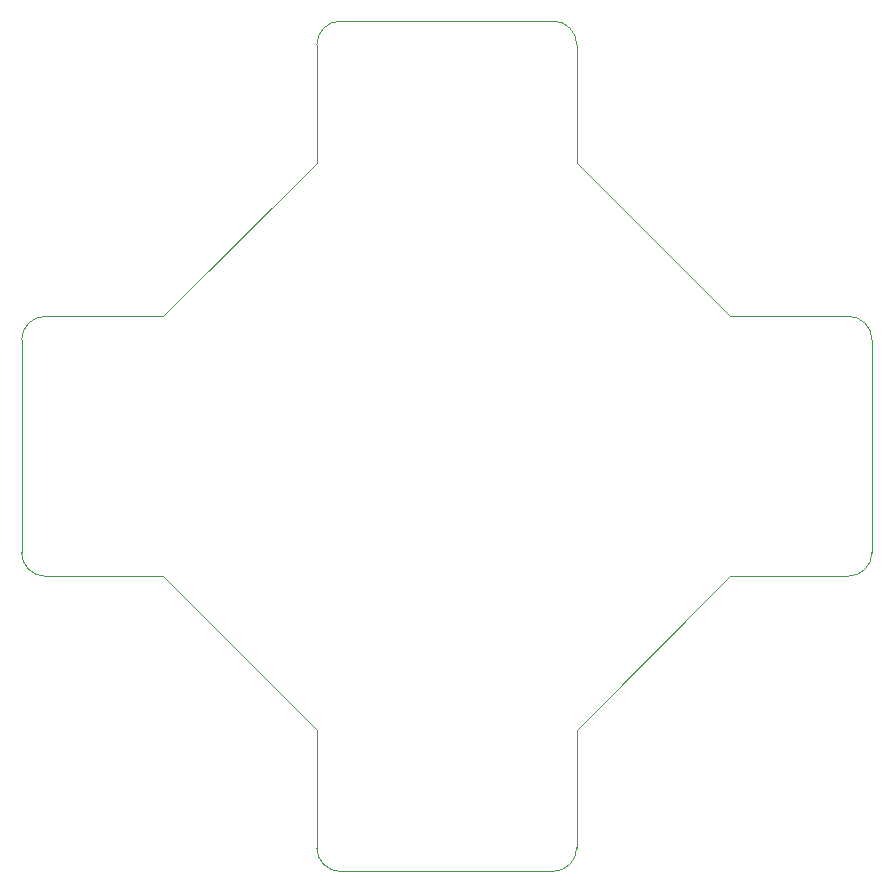
<source format=gbr>
%TF.GenerationSoftware,KiCad,Pcbnew,8.0.1*%
%TF.CreationDate,2024-04-19T02:09:13-07:00*%
%TF.ProjectId,CMOD_A7_Lower,434d4f44-5f41-4375-9f4c-6f7765722e6b,rev?*%
%TF.SameCoordinates,Original*%
%TF.FileFunction,Profile,NP*%
%FSLAX46Y46*%
G04 Gerber Fmt 4.6, Leading zero omitted, Abs format (unit mm)*
G04 Created by KiCad (PCBNEW 8.0.1) date 2024-04-19 02:09:13*
%MOMM*%
%LPD*%
G01*
G04 APERTURE LIST*
%TA.AperFunction,Profile*%
%ADD10C,0.050000*%
%TD*%
G04 APERTURE END LIST*
D10*
X52000000Y-99000000D02*
X62000000Y-99000000D01*
X50000000Y-79000000D02*
G75*
G02*
X52000000Y-77000000I2000000J0D01*
G01*
X97000000Y-54000000D02*
X97000000Y-64000000D01*
X52000000Y-77000000D02*
X62000000Y-77000000D01*
X62000000Y-99000000D02*
X75000000Y-112000000D01*
X97000000Y-122000000D02*
G75*
G02*
X95000000Y-124000000I-2000000J0D01*
G01*
X75000000Y-54000000D02*
X75000000Y-64000000D01*
X122000000Y-79000000D02*
X122000000Y-97000000D01*
X75000000Y-122000000D02*
X75000000Y-112000000D01*
X77000000Y-124000000D02*
G75*
G02*
X75000000Y-122000000I0J2000000D01*
G01*
X75000000Y-54000000D02*
G75*
G02*
X77000000Y-52000000I2000000J0D01*
G01*
X75000000Y-64000000D02*
X62000000Y-77000000D01*
X120000000Y-77000000D02*
X110000000Y-77000000D01*
X52000000Y-99000000D02*
G75*
G02*
X50000000Y-97000000I0J2000000D01*
G01*
X77000000Y-124000000D02*
X95000000Y-124000000D01*
X122000000Y-97000000D02*
G75*
G02*
X120000000Y-99000000I-2000000J0D01*
G01*
X120000000Y-99000000D02*
X110000000Y-99000000D01*
X50000000Y-79000000D02*
X50000000Y-97000000D01*
X77000000Y-52000000D02*
X95000000Y-52000000D01*
X120000000Y-77000000D02*
G75*
G02*
X122000000Y-79000000I0J-2000000D01*
G01*
X97000000Y-122000000D02*
X97000000Y-112000000D01*
X95000000Y-52000000D02*
G75*
G02*
X97000000Y-54000000I0J-2000000D01*
G01*
X97000000Y-112000000D02*
X110000000Y-99000000D01*
X110000000Y-77000000D02*
X97000000Y-64000000D01*
M02*

</source>
